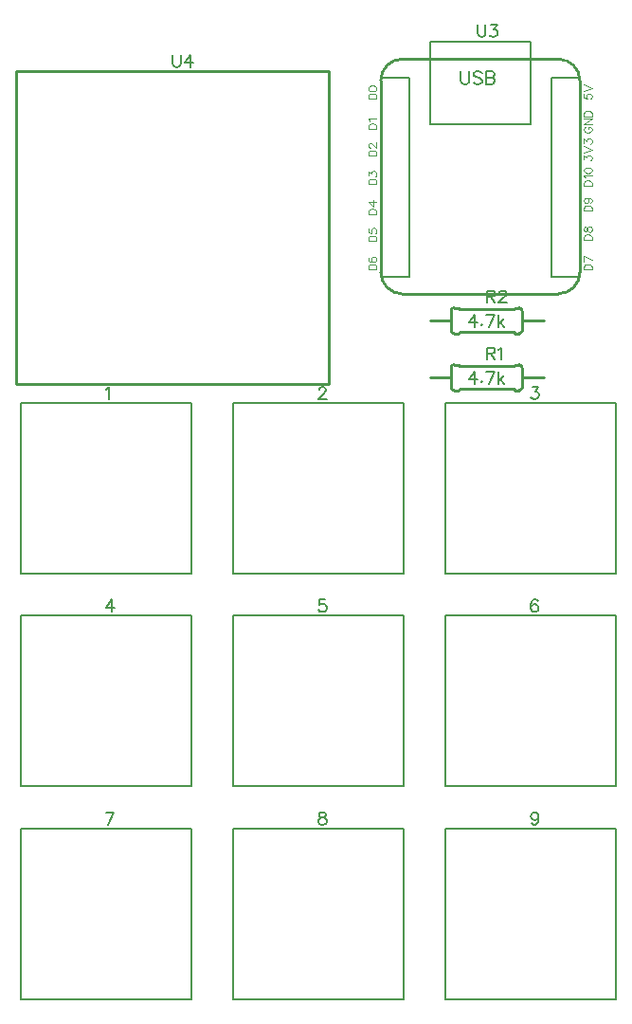
<source format=gto>
G04 Layer: TopSilkscreenLayer*
G04 EasyEDA v6.5.47, 2024-10-16 20:22:33*
G04 9ae9750504c14924853e95ef229aeab1,24ffd69d1a984b0ba209c2ef933deaa4,10*
G04 Gerber Generator version 0.2*
G04 Scale: 100 percent, Rotated: No, Reflected: No *
G04 Dimensions in millimeters *
G04 leading zeros omitted , absolute positions ,4 integer and 5 decimal *
%FSLAX45Y45*%
%MOMM*%

%ADD10C,0.1524*%
%ADD11C,0.2032*%
%ADD12C,0.1500*%
%ADD13C,0.0907*%
%ADD14C,0.1270*%
%ADD15C,0.2540*%
%ADD16C,0.0115*%

%LPD*%
D10*
X3199993Y2181885D02*
G01*
X3210407Y2187219D01*
X3225901Y2202713D01*
X3225901Y2093747D01*
X5105069Y2176805D02*
G01*
X5105069Y2181885D01*
X5110403Y2192299D01*
X5115483Y2197633D01*
X5125897Y2202713D01*
X5146725Y2202713D01*
X5157139Y2197633D01*
X5162219Y2192299D01*
X5167553Y2181885D01*
X5167553Y2171471D01*
X5162219Y2161057D01*
X5152059Y2145563D01*
X5099989Y2093747D01*
X5172633Y2093747D01*
X7010400Y2202713D02*
G01*
X7067550Y2202713D01*
X7036308Y2161057D01*
X7052056Y2161057D01*
X7062215Y2155977D01*
X7067550Y2150897D01*
X7072629Y2135149D01*
X7072629Y2124735D01*
X7067550Y2109241D01*
X7057136Y2098827D01*
X7041641Y2093747D01*
X7025893Y2093747D01*
X7010400Y2098827D01*
X7005065Y2103907D01*
X6999986Y2114321D01*
X3252063Y302717D02*
G01*
X3199993Y230073D01*
X3277971Y230073D01*
X3252063Y302717D02*
G01*
X3252063Y193751D01*
X5162219Y302717D02*
G01*
X5110403Y302717D01*
X5105069Y255981D01*
X5110403Y261061D01*
X5125897Y266395D01*
X5141645Y266395D01*
X5157139Y261061D01*
X5167553Y250901D01*
X5172633Y235153D01*
X5172633Y224739D01*
X5167553Y209245D01*
X5157139Y198831D01*
X5141645Y193751D01*
X5125897Y193751D01*
X5110403Y198831D01*
X5105069Y203911D01*
X5099989Y214325D01*
X7062215Y287223D02*
G01*
X7057136Y297637D01*
X7041641Y302717D01*
X7031227Y302717D01*
X7015479Y297637D01*
X7005065Y281889D01*
X6999986Y255981D01*
X6999986Y230073D01*
X7005065Y209245D01*
X7015479Y198831D01*
X7031227Y193751D01*
X7036308Y193751D01*
X7052056Y198831D01*
X7062215Y209245D01*
X7067550Y224739D01*
X7067550Y230073D01*
X7062215Y245567D01*
X7052056Y255981D01*
X7036308Y261061D01*
X7031227Y261061D01*
X7015479Y255981D01*
X7005065Y245567D01*
X6999986Y230073D01*
X3272637Y-1597279D02*
G01*
X3220821Y-1706245D01*
X3199993Y-1597279D02*
G01*
X3272637Y-1597279D01*
X5125897Y-1597279D02*
G01*
X5110403Y-1602359D01*
X5105069Y-1612772D01*
X5105069Y-1623187D01*
X5110403Y-1633601D01*
X5120817Y-1638935D01*
X5141645Y-1644014D01*
X5157139Y-1649095D01*
X5167553Y-1659509D01*
X5172633Y-1669922D01*
X5172633Y-1685670D01*
X5167553Y-1696085D01*
X5162219Y-1701164D01*
X5146725Y-1706245D01*
X5125897Y-1706245D01*
X5110403Y-1701164D01*
X5105069Y-1696085D01*
X5099989Y-1685670D01*
X5099989Y-1669922D01*
X5105069Y-1659509D01*
X5115483Y-1649095D01*
X5131231Y-1644014D01*
X5152059Y-1638935D01*
X5162219Y-1633601D01*
X5167553Y-1623187D01*
X5167553Y-1612772D01*
X5162219Y-1602359D01*
X5146725Y-1597279D01*
X5125897Y-1597279D01*
X7067550Y-1633601D02*
G01*
X7062215Y-1649095D01*
X7052056Y-1659509D01*
X7036308Y-1664843D01*
X7031227Y-1664843D01*
X7015479Y-1659509D01*
X7005065Y-1649095D01*
X6999986Y-1633601D01*
X6999986Y-1628520D01*
X7005065Y-1612772D01*
X7015479Y-1602359D01*
X7031227Y-1597279D01*
X7036308Y-1597279D01*
X7052056Y-1602359D01*
X7062215Y-1612772D01*
X7067550Y-1633601D01*
X7067550Y-1659509D01*
X7062215Y-1685670D01*
X7052056Y-1701164D01*
X7036308Y-1706245D01*
X7025893Y-1706245D01*
X7010400Y-1701164D01*
X7005065Y-1690751D01*
X6603987Y2553710D02*
G01*
X6603987Y2444744D01*
X6603987Y2553710D02*
G01*
X6650723Y2553710D01*
X6666217Y2548630D01*
X6671551Y2543296D01*
X6676631Y2532882D01*
X6676631Y2522468D01*
X6671551Y2512054D01*
X6666217Y2506974D01*
X6650723Y2501894D01*
X6603987Y2501894D01*
X6640309Y2501894D02*
G01*
X6676631Y2444744D01*
X6710921Y2532882D02*
G01*
X6721335Y2538216D01*
X6737083Y2553710D01*
X6737083Y2444744D01*
D11*
X6495727Y2341107D02*
G01*
X6443911Y2268463D01*
X6521635Y2268463D01*
X6495727Y2341107D02*
G01*
X6495727Y2232141D01*
X6561005Y2258049D02*
G01*
X6555925Y2252969D01*
X6561005Y2247635D01*
X6566339Y2252969D01*
X6561005Y2258049D01*
X6673019Y2341107D02*
G01*
X6621203Y2232141D01*
X6600375Y2341107D02*
G01*
X6673019Y2341107D01*
X6707309Y2341107D02*
G01*
X6707309Y2232141D01*
X6759125Y2304785D02*
G01*
X6707309Y2252969D01*
X6727883Y2273543D02*
G01*
X6764205Y2232141D01*
D10*
X6603987Y3061710D02*
G01*
X6603987Y2952744D01*
X6603987Y3061710D02*
G01*
X6650723Y3061710D01*
X6666217Y3056630D01*
X6671551Y3051296D01*
X6676631Y3040882D01*
X6676631Y3030468D01*
X6671551Y3020054D01*
X6666217Y3014974D01*
X6650723Y3009894D01*
X6603987Y3009894D01*
X6640309Y3009894D02*
G01*
X6676631Y2952744D01*
X6716255Y3035802D02*
G01*
X6716255Y3040882D01*
X6721335Y3051296D01*
X6726669Y3056630D01*
X6737083Y3061710D01*
X6757657Y3061710D01*
X6768071Y3056630D01*
X6773405Y3051296D01*
X6778485Y3040882D01*
X6778485Y3030468D01*
X6773405Y3020054D01*
X6762991Y3004560D01*
X6710921Y2952744D01*
X6783819Y2952744D01*
D11*
X6495727Y2849107D02*
G01*
X6443911Y2776463D01*
X6521635Y2776463D01*
X6495727Y2849107D02*
G01*
X6495727Y2740141D01*
X6561005Y2766049D02*
G01*
X6555925Y2760969D01*
X6561005Y2755635D01*
X6566339Y2760969D01*
X6561005Y2766049D01*
X6673019Y2849107D02*
G01*
X6621203Y2740141D01*
X6600375Y2849107D02*
G01*
X6673019Y2849107D01*
X6707309Y2849107D02*
G01*
X6707309Y2740141D01*
X6759125Y2812785D02*
G01*
X6707309Y2760969D01*
X6727883Y2781543D02*
G01*
X6764205Y2740141D01*
D10*
X6522186Y5436107D02*
G01*
X6522186Y5358129D01*
X6527266Y5342636D01*
X6537680Y5332221D01*
X6553428Y5327142D01*
X6563842Y5327142D01*
X6579336Y5332221D01*
X6589750Y5342636D01*
X6594830Y5358129D01*
X6594830Y5436107D01*
X6639534Y5436107D02*
G01*
X6696684Y5436107D01*
X6665696Y5394452D01*
X6681190Y5394452D01*
X6691604Y5389371D01*
X6696684Y5384292D01*
X6702018Y5368544D01*
X6702018Y5358129D01*
X6696684Y5342636D01*
X6686270Y5332221D01*
X6670776Y5327142D01*
X6655282Y5327142D01*
X6639534Y5332221D01*
X6634454Y5337302D01*
X6629120Y5347715D01*
D12*
X6373842Y5021201D02*
G01*
X6373842Y4939416D01*
X6379430Y4923157D01*
X6390352Y4912235D01*
X6406608Y4906650D01*
X6417530Y4906650D01*
X6434040Y4912235D01*
X6444962Y4923157D01*
X6450296Y4939416D01*
X6450296Y5021201D01*
X6562564Y5004948D02*
G01*
X6551896Y5015867D01*
X6535386Y5021201D01*
X6513542Y5021201D01*
X6497286Y5015867D01*
X6486364Y5004948D01*
X6486364Y4994026D01*
X6491698Y4983101D01*
X6497286Y4977767D01*
X6508208Y4972182D01*
X6540974Y4961257D01*
X6551896Y4955926D01*
X6557230Y4950335D01*
X6562564Y4939416D01*
X6562564Y4923157D01*
X6551896Y4912235D01*
X6535386Y4906650D01*
X6513542Y4906650D01*
X6497286Y4912235D01*
X6486364Y4923157D01*
X6598632Y5021201D02*
G01*
X6598632Y4906650D01*
X6598632Y5021201D02*
G01*
X6647908Y5021201D01*
X6664164Y5015867D01*
X6669498Y5010282D01*
X6675086Y4999357D01*
X6675086Y4988435D01*
X6669498Y4977767D01*
X6664164Y4972182D01*
X6647908Y4966848D01*
X6598632Y4966848D02*
G01*
X6647908Y4966848D01*
X6664164Y4961257D01*
X6669498Y4955926D01*
X6675086Y4945001D01*
X6675086Y4928491D01*
X6669498Y4917569D01*
X6664164Y4912235D01*
X6647908Y4906650D01*
X6598632Y4906650D01*
D13*
X5547697Y4774201D02*
G01*
X5619826Y4774201D01*
X5547697Y4774201D02*
G01*
X5547697Y4798242D01*
X5551136Y4808550D01*
X5558005Y4815431D01*
X5564875Y4818857D01*
X5575178Y4822283D01*
X5592353Y4822283D01*
X5602655Y4818857D01*
X5609518Y4815431D01*
X5616394Y4808550D01*
X5619826Y4798242D01*
X5619826Y4774201D01*
X5547697Y4865563D02*
G01*
X5551136Y4855255D01*
X5561436Y4848397D01*
X5578614Y4844948D01*
X5588916Y4844948D01*
X5606087Y4848397D01*
X5616394Y4855255D01*
X5619826Y4865563D01*
X5619826Y4872438D01*
X5616394Y4882746D01*
X5606087Y4889604D01*
X5588916Y4893040D01*
X5578614Y4893040D01*
X5561436Y4889604D01*
X5551136Y4882746D01*
X5547697Y4872438D01*
X5547697Y4865563D01*
X5547697Y4507501D02*
G01*
X5619826Y4507501D01*
X5547697Y4507501D02*
G01*
X5547697Y4531542D01*
X5551136Y4541850D01*
X5558005Y4548731D01*
X5564875Y4552157D01*
X5575178Y4555583D01*
X5592353Y4555583D01*
X5602655Y4552157D01*
X5609518Y4548731D01*
X5616394Y4541850D01*
X5619826Y4531542D01*
X5619826Y4507501D01*
X5561436Y4578248D02*
G01*
X5558005Y4585124D01*
X5547697Y4595431D01*
X5619826Y4595431D01*
X5547697Y4266201D02*
G01*
X5619826Y4266201D01*
X5547697Y4266201D02*
G01*
X5547697Y4290242D01*
X5551136Y4300550D01*
X5558005Y4307431D01*
X5564875Y4310857D01*
X5575178Y4314283D01*
X5592353Y4314283D01*
X5602655Y4310857D01*
X5609518Y4307431D01*
X5616394Y4300550D01*
X5619826Y4290242D01*
X5619826Y4266201D01*
X5564875Y4340397D02*
G01*
X5561436Y4340397D01*
X5554568Y4343824D01*
X5551136Y4347255D01*
X5547697Y4354131D01*
X5547697Y4367870D01*
X5551136Y4374746D01*
X5554568Y4378177D01*
X5561436Y4381604D01*
X5568307Y4381604D01*
X5575178Y4378177D01*
X5585477Y4371296D01*
X5619826Y4336948D01*
X5619826Y4385040D01*
X5547697Y4012201D02*
G01*
X5619826Y4012201D01*
X5547697Y4012201D02*
G01*
X5547697Y4036242D01*
X5551136Y4046550D01*
X5558005Y4053431D01*
X5564875Y4056857D01*
X5575178Y4060283D01*
X5592353Y4060283D01*
X5602655Y4056857D01*
X5609518Y4053431D01*
X5616394Y4046550D01*
X5619826Y4036242D01*
X5619826Y4012201D01*
X5547697Y4089824D02*
G01*
X5547697Y4127604D01*
X5575178Y4106999D01*
X5575178Y4117296D01*
X5578614Y4124177D01*
X5582046Y4127604D01*
X5592353Y4131040D01*
X5599224Y4131040D01*
X5609518Y4127604D01*
X5616394Y4120746D01*
X5619826Y4110438D01*
X5619826Y4100131D01*
X5616394Y4089824D01*
X5612963Y4086397D01*
X5606087Y4082948D01*
X5547697Y3745501D02*
G01*
X5619826Y3745501D01*
X5547697Y3745501D02*
G01*
X5547697Y3769542D01*
X5551136Y3779850D01*
X5558005Y3786731D01*
X5564875Y3790157D01*
X5575178Y3793583D01*
X5592353Y3793583D01*
X5602655Y3790157D01*
X5609518Y3786731D01*
X5616394Y3779850D01*
X5619826Y3769542D01*
X5619826Y3745501D01*
X5547697Y3850596D02*
G01*
X5595780Y3816248D01*
X5595780Y3867772D01*
X5547697Y3850596D02*
G01*
X5619826Y3850596D01*
X5547697Y3504201D02*
G01*
X5619826Y3504201D01*
X5547697Y3504201D02*
G01*
X5547697Y3528242D01*
X5551136Y3538550D01*
X5558005Y3545431D01*
X5564875Y3548857D01*
X5575178Y3552283D01*
X5592353Y3552283D01*
X5602655Y3548857D01*
X5609518Y3545431D01*
X5616394Y3538550D01*
X5619826Y3528242D01*
X5619826Y3504201D01*
X5547697Y3616177D02*
G01*
X5547697Y3581824D01*
X5578614Y3578397D01*
X5575178Y3581824D01*
X5571738Y3592131D01*
X5571738Y3602438D01*
X5575178Y3612746D01*
X5582046Y3619604D01*
X5592353Y3623040D01*
X5599224Y3623040D01*
X5609518Y3619604D01*
X5616394Y3612746D01*
X5619826Y3602438D01*
X5619826Y3592131D01*
X5616394Y3581824D01*
X5612963Y3578397D01*
X5606087Y3574948D01*
X5547697Y3250201D02*
G01*
X5619826Y3250201D01*
X5547697Y3250201D02*
G01*
X5547697Y3274242D01*
X5551136Y3284550D01*
X5558005Y3291431D01*
X5564875Y3294857D01*
X5575178Y3298283D01*
X5592353Y3298283D01*
X5602655Y3294857D01*
X5609518Y3291431D01*
X5616394Y3284550D01*
X5619826Y3274242D01*
X5619826Y3250201D01*
X5558005Y3362177D02*
G01*
X5551136Y3358746D01*
X5547697Y3348438D01*
X5547697Y3341563D01*
X5551136Y3331255D01*
X5561436Y3324397D01*
X5578614Y3320948D01*
X5595780Y3320948D01*
X5609518Y3324397D01*
X5616394Y3331255D01*
X5619826Y3341563D01*
X5619826Y3344999D01*
X5616394Y3355296D01*
X5609518Y3362177D01*
X5599224Y3365604D01*
X5595780Y3365604D01*
X5585477Y3362177D01*
X5578614Y3355296D01*
X5575178Y3344999D01*
X5575178Y3341563D01*
X5578614Y3331255D01*
X5585477Y3324397D01*
X5595780Y3320948D01*
X7472692Y3250201D02*
G01*
X7544821Y3250201D01*
X7472692Y3250201D02*
G01*
X7472692Y3274242D01*
X7476121Y3284550D01*
X7483000Y3291408D01*
X7489858Y3294839D01*
X7500165Y3298289D01*
X7517348Y3298289D01*
X7527655Y3294839D01*
X7534513Y3291408D01*
X7541394Y3284550D01*
X7544821Y3274242D01*
X7544821Y3250201D01*
X7472692Y3369035D02*
G01*
X7544821Y3334705D01*
X7472692Y3320948D02*
G01*
X7472692Y3369035D01*
X7472692Y3516901D02*
G01*
X7544821Y3516901D01*
X7472692Y3516901D02*
G01*
X7472692Y3540942D01*
X7476121Y3551250D01*
X7483000Y3558108D01*
X7489858Y3561539D01*
X7500165Y3564989D01*
X7517348Y3564989D01*
X7527655Y3561539D01*
X7534513Y3558108D01*
X7541394Y3551250D01*
X7544821Y3540942D01*
X7544821Y3516901D01*
X7472692Y3604813D02*
G01*
X7476121Y3594511D01*
X7483000Y3591097D01*
X7489858Y3591097D01*
X7496736Y3594511D01*
X7500165Y3601405D01*
X7503591Y3615121D01*
X7507043Y3625428D01*
X7513899Y3632327D01*
X7520779Y3635735D01*
X7531087Y3635735D01*
X7537940Y3632327D01*
X7541394Y3628859D01*
X7544821Y3618570D01*
X7544821Y3604813D01*
X7541394Y3594511D01*
X7537940Y3591097D01*
X7531087Y3587648D01*
X7520779Y3587648D01*
X7513899Y3591097D01*
X7507043Y3597955D01*
X7503591Y3608263D01*
X7500165Y3622019D01*
X7496736Y3628859D01*
X7489858Y3632327D01*
X7483000Y3632327D01*
X7476121Y3628859D01*
X7472692Y3618570D01*
X7472692Y3604813D01*
X7472692Y3775196D02*
G01*
X7544821Y3775196D01*
X7472692Y3775196D02*
G01*
X7472692Y3799238D01*
X7476121Y3809545D01*
X7483000Y3816403D01*
X7489858Y3819834D01*
X7500165Y3823284D01*
X7517348Y3823284D01*
X7527655Y3819834D01*
X7534513Y3816403D01*
X7541394Y3809545D01*
X7544821Y3799238D01*
X7544821Y3775196D01*
X7496736Y3890622D02*
G01*
X7507043Y3887155D01*
X7513899Y3880314D01*
X7517348Y3870007D01*
X7517348Y3866558D01*
X7513899Y3856250D01*
X7507043Y3849392D01*
X7496736Y3845943D01*
X7493307Y3845943D01*
X7483000Y3849392D01*
X7476121Y3856250D01*
X7472692Y3866558D01*
X7472692Y3870007D01*
X7476121Y3880314D01*
X7483000Y3887155D01*
X7496736Y3890622D01*
X7513899Y3890622D01*
X7531087Y3887155D01*
X7541394Y3880314D01*
X7544821Y3870007D01*
X7544821Y3863108D01*
X7541394Y3852806D01*
X7534513Y3849392D01*
X7472692Y4000197D02*
G01*
X7544821Y4000197D01*
X7472692Y4000197D02*
G01*
X7472692Y4024238D01*
X7476121Y4034546D01*
X7483000Y4041404D01*
X7489858Y4044838D01*
X7500165Y4048287D01*
X7517348Y4048287D01*
X7527655Y4044838D01*
X7534513Y4041404D01*
X7541394Y4034546D01*
X7544821Y4024238D01*
X7544821Y4000197D01*
X7486429Y4070944D02*
G01*
X7483000Y4077809D01*
X7472692Y4088109D01*
X7544821Y4088109D01*
X7472692Y4131406D02*
G01*
X7476121Y4121099D01*
X7486429Y4114223D01*
X7503591Y4110814D01*
X7513899Y4110814D01*
X7531087Y4114223D01*
X7541394Y4121099D01*
X7544821Y4131406D01*
X7544821Y4138264D01*
X7541394Y4148571D01*
X7531087Y4155437D01*
X7513899Y4158879D01*
X7503591Y4158879D01*
X7486429Y4155437D01*
X7476121Y4148571D01*
X7472692Y4138264D01*
X7472692Y4131406D01*
X7472715Y4232054D02*
G01*
X7472715Y4269828D01*
X7500170Y4249237D01*
X7500170Y4259544D01*
X7503637Y4266402D01*
X7507046Y4269828D01*
X7517353Y4273283D01*
X7524229Y4273283D01*
X7534513Y4269828D01*
X7541394Y4262975D01*
X7544821Y4252668D01*
X7544821Y4242361D01*
X7541394Y4232054D01*
X7537968Y4228627D01*
X7531087Y4225196D01*
X7472715Y4295942D02*
G01*
X7544821Y4323415D01*
X7472715Y4350910D02*
G01*
X7544821Y4323415D01*
X7472715Y4380450D02*
G01*
X7472715Y4418225D01*
X7500170Y4397611D01*
X7500170Y4407918D01*
X7503637Y4414799D01*
X7507046Y4418225D01*
X7517353Y4421657D01*
X7524229Y4421657D01*
X7534513Y4418225D01*
X7541394Y4411350D01*
X7544821Y4401042D01*
X7544821Y4390758D01*
X7541394Y4380450D01*
X7537968Y4376996D01*
X7531087Y4373570D01*
X7489858Y4526711D02*
G01*
X7483000Y4523285D01*
X7476121Y4516404D01*
X7472692Y4509546D01*
X7472692Y4495789D01*
X7476121Y4488954D01*
X7483000Y4482056D01*
X7489858Y4478647D01*
X7500165Y4475198D01*
X7517348Y4475198D01*
X7527655Y4478647D01*
X7534513Y4482056D01*
X7541394Y4488954D01*
X7544821Y4495789D01*
X7544821Y4509546D01*
X7541394Y4516404D01*
X7534513Y4523285D01*
X7527655Y4526711D01*
X7517348Y4526711D01*
X7517348Y4509546D02*
G01*
X7517348Y4526711D01*
X7472692Y4549394D02*
G01*
X7544821Y4549394D01*
X7472692Y4549394D02*
G01*
X7544821Y4597458D01*
X7472692Y4597458D02*
G01*
X7544821Y4597458D01*
X7472692Y4620145D02*
G01*
X7544821Y4620145D01*
X7472692Y4620145D02*
G01*
X7472692Y4644186D01*
X7476121Y4654494D01*
X7483000Y4661352D01*
X7489858Y4664778D01*
X7500165Y4668227D01*
X7517348Y4668227D01*
X7527655Y4664778D01*
X7534513Y4661352D01*
X7541394Y4654494D01*
X7544821Y4644186D01*
X7544821Y4620145D01*
X7472626Y4816304D02*
G01*
X7472626Y4782014D01*
X7503614Y4778712D01*
X7500312Y4782014D01*
X7496756Y4792428D01*
X7496756Y4802588D01*
X7500312Y4813005D01*
X7507170Y4819863D01*
X7517330Y4823162D01*
X7524188Y4823162D01*
X7534602Y4819863D01*
X7541460Y4813005D01*
X7544762Y4802588D01*
X7544762Y4792428D01*
X7541460Y4782014D01*
X7537904Y4778712D01*
X7531046Y4775156D01*
X7472626Y4846022D02*
G01*
X7544762Y4873454D01*
X7472626Y4900886D02*
G01*
X7544762Y4873454D01*
D10*
X3799992Y5167706D02*
G01*
X3799992Y5089728D01*
X3805072Y5074234D01*
X3815486Y5063820D01*
X3831234Y5058740D01*
X3841648Y5058740D01*
X3857142Y5063820D01*
X3867556Y5074234D01*
X3872636Y5089728D01*
X3872636Y5167706D01*
X3958996Y5167706D02*
G01*
X3906926Y5095062D01*
X3984904Y5095062D01*
X3958996Y5167706D02*
G01*
X3958996Y5058740D01*
D14*
X2437993Y2061997D02*
G01*
X3961993Y2061997D01*
X3961993Y537997D01*
X2437993Y537997D01*
X2437993Y2061997D01*
X4337989Y2061997D02*
G01*
X5861989Y2061997D01*
X5861989Y537997D01*
X4337989Y537997D01*
X4337989Y2061997D01*
X6237986Y2061997D02*
G01*
X7761986Y2061997D01*
X7761986Y537997D01*
X6237986Y537997D01*
X6237986Y2061997D01*
X2437993Y162001D02*
G01*
X3961993Y162001D01*
X3961993Y-1361998D01*
X2437993Y-1361998D01*
X2437993Y162001D01*
X4337989Y162001D02*
G01*
X5861989Y162001D01*
X5861989Y-1361998D01*
X4337989Y-1361998D01*
X4337989Y162001D01*
X6237986Y162001D02*
G01*
X7761986Y162001D01*
X7761986Y-1361998D01*
X6237986Y-1361998D01*
X6237986Y162001D01*
X2437993Y-1737995D02*
G01*
X3961993Y-1737995D01*
X3961993Y-3261995D01*
X2437993Y-3261995D01*
X2437993Y-1737995D01*
X4337989Y-1737995D02*
G01*
X5861989Y-1737995D01*
X5861989Y-3261995D01*
X4337989Y-3261995D01*
X4337989Y-1737995D01*
X6237986Y-1737995D02*
G01*
X7761986Y-1737995D01*
X7761986Y-3261995D01*
X6237986Y-3261995D01*
X6237986Y-1737995D01*
D15*
X6095987Y2285994D02*
G01*
X6273787Y2285994D01*
X6934187Y2285994D02*
G01*
X7111987Y2285994D01*
X6845287Y2184394D02*
G01*
X6362687Y2184394D01*
X6845287Y2184394D02*
G01*
X6857987Y2171694D01*
X6896087Y2171694D02*
G01*
X6857987Y2171694D01*
X6286487Y2197094D02*
G01*
X6286487Y2374894D01*
X6311887Y2400294D02*
G01*
X6349987Y2400294D01*
X6362687Y2387594D02*
G01*
X6349987Y2400294D01*
X6311887Y2171694D02*
G01*
X6349987Y2171694D01*
X6362687Y2184394D02*
G01*
X6349987Y2171694D01*
X6845287Y2387594D02*
G01*
X6857987Y2400294D01*
X6845287Y2387594D02*
G01*
X6362687Y2387594D01*
X6896087Y2400294D02*
G01*
X6857987Y2400294D01*
X6921487Y2197094D02*
G01*
X6921487Y2374894D01*
X6095987Y2793994D02*
G01*
X6273787Y2793994D01*
X6934187Y2793994D02*
G01*
X7111987Y2793994D01*
X6845287Y2692394D02*
G01*
X6362687Y2692394D01*
X6845287Y2692394D02*
G01*
X6857987Y2679694D01*
X6896087Y2679694D02*
G01*
X6857987Y2679694D01*
X6286487Y2705094D02*
G01*
X6286487Y2882894D01*
X6311887Y2908294D02*
G01*
X6349987Y2908294D01*
X6362687Y2895594D02*
G01*
X6349987Y2908294D01*
X6311887Y2679694D02*
G01*
X6349987Y2679694D01*
X6362687Y2692394D02*
G01*
X6349987Y2679694D01*
X6845287Y2895594D02*
G01*
X6857987Y2908294D01*
X6845287Y2895594D02*
G01*
X6362687Y2895594D01*
X6896087Y2908294D02*
G01*
X6857987Y2908294D01*
X6921487Y2705094D02*
G01*
X6921487Y2882894D01*
D10*
X6096736Y5282692D02*
G01*
X6998436Y5282692D01*
X6998436Y4546092D01*
X6096736Y4546092D01*
X6096736Y5282692D01*
D15*
X7246086Y5130292D02*
G01*
X5849086Y5130292D01*
X7436586Y3225292D02*
G01*
X7436586Y4939792D01*
X7246086Y3034792D02*
G01*
X5849086Y3034792D01*
X5658586Y3225292D02*
G01*
X5658586Y4939792D01*
D14*
X5658586Y4965192D02*
G01*
X5912586Y4965192D01*
X5912586Y3187192D01*
X5658586Y3187192D01*
X5658586Y4965192D01*
X7182586Y3187192D02*
G01*
X7436586Y3187192D01*
X7436586Y4965192D01*
X7182586Y4965192D01*
X7182586Y3187192D01*
D15*
X2402992Y5026990D02*
G01*
X5196992Y5026990D01*
X5196992Y2232990D01*
X2402992Y2232990D01*
X2402992Y5026990D01*
G75*
G01*
X6286487Y2374895D02*
G02*
X6311887Y2400295I25400J0D01*
G75*
G01*
X6286487Y2197095D02*
G03*
X6311887Y2171695I25400J0D01*
G75*
G01*
X6896087Y2171695D02*
G03*
X6921487Y2197095I0J25400D01*
G75*
G01*
X6896087Y2400295D02*
G02*
X6921487Y2374895I0J-25400D01*
G75*
G01*
X6286487Y2882895D02*
G02*
X6311887Y2908295I25400J0D01*
G75*
G01*
X6286487Y2705095D02*
G03*
X6311887Y2679695I25400J0D01*
G75*
G01*
X6896087Y2679695D02*
G03*
X6921487Y2705095I0J25400D01*
G75*
G01*
X6896087Y2908295D02*
G02*
X6921487Y2882895I0J-25400D01*
G75*
G01*
X5849087Y5130292D02*
G03*
X5658587Y4939792I0J-190500D01*
G75*
G01*
X7436587Y4939792D02*
G03*
X7246087Y5130292I-190500J0D01*
G75*
G01*
X7246087Y3034792D02*
G03*
X7436587Y3225292I0J190500D01*
G75*
G01*
X5658587Y3225292D02*
G03*
X5849087Y3034792I190500J0D01*
M02*

</source>
